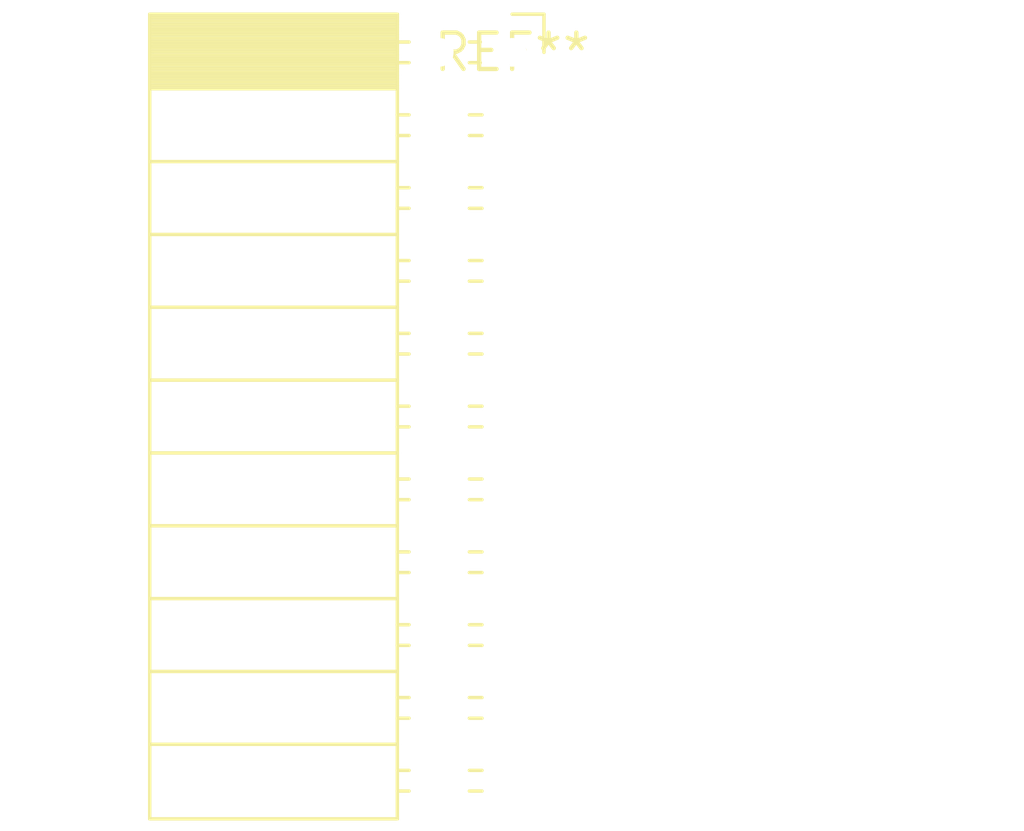
<source format=kicad_pcb>
(kicad_pcb (version 20240108) (generator pcbnew)
  (layers (0 "F.Cu" signal) (31 "B.Cu" signal) (34 "B.Paste" user) (35 "F.Paste" user) (36 "B.SilkS" user "B.Silkscreen") (37 "F.SilkS" user "F.Silkscreen") (38 "B.Mask" user) (39 "F.Mask" user) (44 "Edge.Cuts" user))
  (net 0 "")
  (footprint "PinSocket_2x11_P2.54mm_Horizontal" (layer "F.Cu") (at 0 0)
    (property "Reference" "REF**")
    (property "Value" "PinSocket_2x11_P2.54mm_Horizontal")
    (fp_line (start -12.63 -1.33) (end -12.63 26.73) (layer "F.SilkS") (stroke (width 0.12)))
    (fp_line (start -12.63 -1.33) (end -4 -1.33) (layer "F.SilkS") (stroke (width 0.12)))
    (fp_line (start -12.63 -1.21) (end -4 -1.21) (layer "F.SilkS") (stroke (width 0.12)))
    (fp_line (start -12.63 -1.091905) (end -4 -1.091905) (layer "F.SilkS") (stroke (width 0.12)))
    (fp_line (start -12.63 -0.97381) (end -4 -0.97381) (layer "F.SilkS") (stroke (width 0.12)))
    (fp_line (start -12.63 -0.855715) (end -4 -0.855715) (layer "F.SilkS") (stroke (width 0.12)))
    (fp_line (start -12.63 -0.73762) (end -4 -0.73762) (layer "F.SilkS") (stroke (width 0.12)))
    (fp_line (start -12.63 -0.619525) (end -4 -0.619525) (layer "F.SilkS") (stroke (width 0.12)))
    (fp_line (start -12.63 -0.50143) (end -4 -0.50143) (layer "F.SilkS") (stroke (width 0.12)))
    (fp_line (start -12.63 -0.383335) (end -4 -0.383335) (layer "F.SilkS") (stroke (width 0.12)))
    (fp_line (start -12.63 -0.26524) (end -4 -0.26524) (layer "F.SilkS") (stroke (width 0.12)))
    (fp_line (start -12.63 -0.147145) (end -4 -0.147145) (layer "F.SilkS") (stroke (width 0.12)))
    (fp_line (start -12.63 -0.02905) (end -4 -0.02905) (layer "F.SilkS") (stroke (width 0.12)))
    (fp_line (start -12.63 0.089045) (end -4 0.089045) (layer "F.SilkS") (stroke (width 0.12)))
    (fp_line (start -12.63 0.20714) (end -4 0.20714) (layer "F.SilkS") (stroke (width 0.12)))
    (fp_line (start -12.63 0.325235) (end -4 0.325235) (layer "F.SilkS") (stroke (width 0.12)))
    (fp_line (start -12.63 0.44333) (end -4 0.44333) (layer "F.SilkS") (stroke (width 0.12)))
    (fp_line (start -12.63 0.561425) (end -4 0.561425) (layer "F.SilkS") (stroke (width 0.12)))
    (fp_line (start -12.63 0.67952) (end -4 0.67952) (layer "F.SilkS") (stroke (width 0.12)))
    (fp_line (start -12.63 0.797615) (end -4 0.797615) (layer "F.SilkS") (stroke (width 0.12)))
    (fp_line (start -12.63 0.91571) (end -4 0.91571) (layer "F.SilkS") (stroke (width 0.12)))
    (fp_line (start -12.63 1.033805) (end -4 1.033805) (layer "F.SilkS") (stroke (width 0.12)))
    (fp_line (start -12.63 1.1519) (end -4 1.1519) (layer "F.SilkS") (stroke (width 0.12)))
    (fp_line (start -12.63 1.27) (end -4 1.27) (layer "F.SilkS") (stroke (width 0.12)))
    (fp_line (start -12.63 3.81) (end -4 3.81) (layer "F.SilkS") (stroke (width 0.12)))
    (fp_line (start -12.63 6.35) (end -4 6.35) (layer "F.SilkS") (stroke (width 0.12)))
    (fp_line (start -12.63 8.89) (end -4 8.89) (layer "F.SilkS") (stroke (width 0.12)))
    (fp_line (start -12.63 11.43) (end -4 11.43) (layer "F.SilkS") (stroke (width 0.12)))
    (fp_line (start -12.63 13.97) (end -4 13.97) (layer "F.SilkS") (stroke (width 0.12)))
    (fp_line (start -12.63 16.51) (end -4 16.51) (layer "F.SilkS") (stroke (width 0.12)))
    (fp_line (start -12.63 19.05) (end -4 19.05) (layer "F.SilkS") (stroke (width 0.12)))
    (fp_line (start -12.63 21.59) (end -4 21.59) (layer "F.SilkS") (stroke (width 0.12)))
    (fp_line (start -12.63 24.13) (end -4 24.13) (layer "F.SilkS") (stroke (width 0.12)))
    (fp_line (start -12.63 26.73) (end -4 26.73) (layer "F.SilkS") (stroke (width 0.12)))
    (fp_line (start -4 -1.33) (end -4 26.73) (layer "F.SilkS") (stroke (width 0.12)))
    (fp_line (start -4 -0.36) (end -3.59 -0.36) (layer "F.SilkS") (stroke (width 0.12)))
    (fp_line (start -4 0.36) (end -3.59 0.36) (layer "F.SilkS") (stroke (width 0.12)))
    (fp_line (start -4 2.18) (end -3.59 2.18) (layer "F.SilkS") (stroke (width 0.12)))
    (fp_line (start -4 2.9) (end -3.59 2.9) (layer "F.SilkS") (stroke (width 0.12)))
    (fp_line (start -4 4.72) (end -3.59 4.72) (layer "F.SilkS") (stroke (width 0.12)))
    (fp_line (start -4 5.44) (end -3.59 5.44) (layer "F.SilkS") (stroke (width 0.12)))
    (fp_line (start -4 7.26) (end -3.59 7.26) (layer "F.SilkS") (stroke (width 0.12)))
    (fp_line (start -4 7.98) (end -3.59 7.98) (layer "F.SilkS") (stroke (width 0.12)))
    (fp_line (start -4 9.8) (end -3.59 9.8) (layer "F.SilkS") (stroke (width 0.12)))
    (fp_line (start -4 10.52) (end -3.59 10.52) (layer "F.SilkS") (stroke (width 0.12)))
    (fp_line (start -4 12.34) (end -3.59 12.34) (layer "F.SilkS") (stroke (width 0.12)))
    (fp_line (start -4 13.06) (end -3.59 13.06) (layer "F.SilkS") (stroke (width 0.12)))
    (fp_line (start -4 14.88) (end -3.59 14.88) (layer "F.SilkS") (stroke (width 0.12)))
    (fp_line (start -4 15.6) (end -3.59 15.6) (layer "F.SilkS") (stroke (width 0.12)))
    (fp_line (start -4 17.42) (end -3.59 17.42) (layer "F.SilkS") (stroke (width 0.12)))
    (fp_line (start -4 18.14) (end -3.59 18.14) (layer "F.SilkS") (stroke (width 0.12)))
    (fp_line (start -4 19.96) (end -3.59 19.96) (layer "F.SilkS") (stroke (width 0.12)))
    (fp_line (start -4 20.68) (end -3.59 20.68) (layer "F.SilkS") (stroke (width 0.12)))
    (fp_line (start -4 22.5) (end -3.59 22.5) (layer "F.SilkS") (stroke (width 0.12)))
    (fp_line (start -4 23.22) (end -3.59 23.22) (layer "F.SilkS") (stroke (width 0.12)))
    (fp_line (start -4 25.04) (end -3.59 25.04) (layer "F.SilkS") (stroke (width 0.12)))
    (fp_line (start -4 25.76) (end -3.59 25.76) (layer "F.SilkS") (stroke (width 0.12)))
    (fp_line (start -1.49 -0.36) (end -1.11 -0.36) (layer "F.SilkS") (stroke (width 0.12)))
    (fp_line (start -1.49 0.36) (end -1.11 0.36) (layer "F.SilkS") (stroke (width 0.12)))
    (fp_line (start -1.49 2.18) (end -1.05 2.18) (layer "F.SilkS") (stroke (width 0.12)))
    (fp_line (start -1.49 2.9) (end -1.05 2.9) (layer "F.SilkS") (stroke (width 0.12)))
    (fp_line (start -1.49 4.72) (end -1.05 4.72) (layer "F.SilkS") (stroke (width 0.12)))
    (fp_line (start -1.49 5.44) (end -1.05 5.44) (layer "F.SilkS") (stroke (width 0.12)))
    (fp_line (start -1.49 7.26) (end -1.05 7.26) (layer "F.SilkS") (stroke (width 0.12)))
    (fp_line (start -1.49 7.98) (end -1.05 7.98) (layer "F.SilkS") (stroke (width 0.12)))
    (fp_line (start -1.49 9.8) (end -1.05 9.8) (layer "F.SilkS") (stroke (width 0.12)))
    (fp_line (start -1.49 10.52) (end -1.05 10.52) (layer "F.SilkS") (stroke (width 0.12)))
    (fp_line (start -1.49 12.34) (end -1.05 12.34) (layer "F.SilkS") (stroke (width 0.12)))
    (fp_line (start -1.49 13.06) (end -1.05 13.06) (layer "F.SilkS") (stroke (width 0.12)))
    (fp_line (start -1.49 14.88) (end -1.05 14.88) (layer "F.SilkS") (stroke (width 0.12)))
    (fp_line (start -1.49 15.6) (end -1.05 15.6) (layer "F.SilkS") (stroke (width 0.12)))
    (fp_line (start -1.49 17.42) (end -1.05 17.42) (layer "F.SilkS") (stroke (width 0.12)))
    (fp_line (start -1.49 18.14) (end -1.05 18.14) (layer "F.SilkS") (stroke (width 0.12)))
    (fp_line (start -1.49 19.96) (end -1.05 19.96) (layer "F.SilkS") (stroke (width 0.12)))
    (fp_line (start -1.49 20.68) (end -1.05 20.68) (layer "F.SilkS") (stroke (width 0.12)))
    (fp_line (start -1.49 22.5) (end -1.05 22.5) (layer "F.SilkS") (stroke (width 0.12)))
    (fp_line (start -1.49 23.22) (end -1.05 23.22) (layer "F.SilkS") (stroke (width 0.12)))
    (fp_line (start -1.49 25.04) (end -1.05 25.04) (layer "F.SilkS") (stroke (width 0.12)))
    (fp_line (start -1.49 25.76) (end -1.05 25.76) (layer "F.SilkS") (stroke (width 0.12)))
    (fp_line (start 0 -1.33) (end 1.11 -1.33) (layer "F.SilkS") (stroke (width 0.12)))
    (fp_line (start 1.11 -1.33) (end 1.11 0) (layer "F.SilkS") (stroke (width 0.12)))
    (pad "1" thru_hole rect (at 0 0) (size 1.7 1.7) (drill 1) (layers *.Cu *.Mask) (remove_unused_layers))
    (pad "2" thru_hole oval (at -2.54 0) (size 1.7 1.7) (drill 1) (layers *.Cu *.Mask) (remove_unused_layers))
    (pad "3" thru_hole oval (at 0 2.54) (size 1.7 1.7) (drill 1) (layers *.Cu *.Mask) (remove_unused_layers))
    (pad "4" thru_hole oval (at -2.54 2.54) (size 1.7 1.7) (drill 1) (layers *.Cu *.Mask) (remove_unused_layers))
    (pad "5" thru_hole oval (at 0 5.08) (size 1.7 1.7) (drill 1) (layers *.Cu *.Mask) (remove_unused_layers))
    (pad "6" thru_hole oval (at -2.54 5.08) (size 1.7 1.7) (drill 1) (layers *.Cu *.Mask) (remove_unused_layers))
    (pad "7" thru_hole oval (at 0 7.62) (size 1.7 1.7) (drill 1) (layers *.Cu *.Mask) (remove_unused_layers))
    (pad "8" thru_hole oval (at -2.54 7.62) (size 1.7 1.7) (drill 1) (layers *.Cu *.Mask) (remove_unused_layers))
    (pad "9" thru_hole oval (at 0 10.16) (size 1.7 1.7) (drill 1) (layers *.Cu *.Mask) (remove_unused_layers))
    (pad "10" thru_hole oval (at -2.54 10.16) (size 1.7 1.7) (drill 1) (layers *.Cu *.Mask) (remove_unused_layers))
    (pad "11" thru_hole oval (at 0 12.7) (size 1.7 1.7) (drill 1) (layers *.Cu *.Mask) (remove_unused_layers))
    (pad "12" thru_hole oval (at -2.54 12.7) (size 1.7 1.7) (drill 1) (layers *.Cu *.Mask) (remove_unused_layers))
    (pad "13" thru_hole oval (at 0 15.24) (size 1.7 1.7) (drill 1) (layers *.Cu *.Mask) (remove_unused_layers))
    (pad "14" thru_hole oval (at -2.54 15.24) (size 1.7 1.7) (drill 1) (layers *.Cu *.Mask) (remove_unused_layers))
    (pad "15" thru_hole oval (at 0 17.78) (size 1.7 1.7) (drill 1) (layers *.Cu *.Mask) (remove_unused_layers))
    (pad "16" thru_hole oval (at -2.54 17.78) (size 1.7 1.7) (drill 1) (layers *.Cu *.Mask) (remove_unused_layers))
    (pad "17" thru_hole oval (at 0 20.32) (size 1.7 1.7) (drill 1) (layers *.Cu *.Mask) (remove_unused_layers))
    (pad "18" thru_hole oval (at -2.54 20.32) (size 1.7 1.7) (drill 1) (layers *.Cu *.Mask) (remove_unused_layers))
    (pad "19" thru_hole oval (at 0 22.86) (size 1.7 1.7) (drill 1) (layers *.Cu *.Mask) (remove_unused_layers))
    (pad "20" thru_hole oval (at -2.54 22.86) (size 1.7 1.7) (drill 1) (layers *.Cu *.Mask) (remove_unused_layers))
    (pad "21" thru_hole oval (at 0 25.4) (size 1.7 1.7) (drill 1) (layers *.Cu *.Mask) (remove_unused_layers))
    (pad "22" thru_hole oval (at -2.54 25.4) (size 1.7 1.7) (drill 1) (layers *.Cu *.Mask) (remove_unused_layers))
  )
)
</source>
